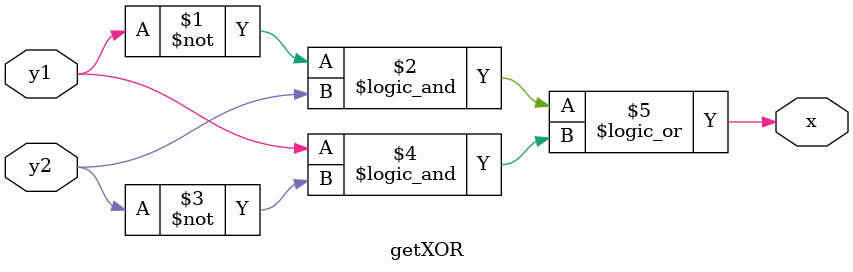
<source format=v>
`timescale 1ns / 1ps


module getXOR(
    output x,
    input y1,
    input y2
    );
    assign x=((~y1)&&y2)||(y1&&(~y2));
endmodule

</source>
